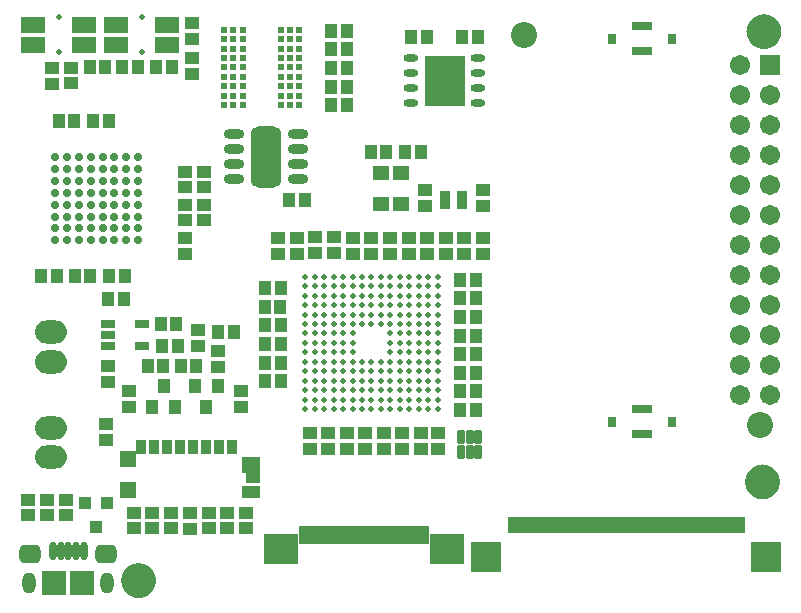
<source format=gts>
G04*
G04 #@! TF.GenerationSoftware,Altium Limited,Altium Designer,19.0.11 (319)*
G04*
G04 Layer_Color=8388736*
%FSLAX44Y44*%
%MOMM*%
G71*
G01*
G75*
%ADD32C,0.5000*%
%ADD51C,3.0000*%
G04:AMPARAMS|DCode=52|XSize=1.2032mm|YSize=0.7032mm|CornerRadius=0.2266mm|HoleSize=0mm|Usage=FLASHONLY|Rotation=90.000|XOffset=0mm|YOffset=0mm|HoleType=Round|Shape=RoundedRectangle|*
%AMROUNDEDRECTD52*
21,1,1.2032,0.2500,0,0,90.0*
21,1,0.7500,0.7032,0,0,90.0*
1,1,0.4532,0.1250,0.3750*
1,1,0.4532,0.1250,-0.3750*
1,1,0.4532,-0.1250,-0.3750*
1,1,0.4532,-0.1250,0.3750*
%
%ADD52ROUNDEDRECTD52*%
%ADD53R,1.1032X1.2032*%
%ADD54O,1.7532X0.8032*%
G04:AMPARAMS|DCode=55|XSize=2.6032mm|YSize=5.2032mm|CornerRadius=0.7016mm|HoleSize=0mm|Usage=FLASHONLY|Rotation=0.000|XOffset=0mm|YOffset=0mm|HoleType=Round|Shape=RoundedRectangle|*
%AMROUNDEDRECTD55*
21,1,2.6032,3.8000,0,0,0.0*
21,1,1.2000,5.2032,0,0,0.0*
1,1,1.4032,0.6000,-1.9000*
1,1,1.4032,-0.6000,-1.9000*
1,1,1.4032,-0.6000,1.9000*
1,1,1.4032,0.6000,1.9000*
%
%ADD55ROUNDEDRECTD55*%
%ADD56R,1.0532X1.1532*%
%ADD57R,1.2032X1.1032*%
%ADD58R,0.9532X1.6032*%
%ADD59R,1.4032X1.2032*%
%ADD60R,1.1532X1.0532*%
%ADD61R,0.6932X0.9632*%
%ADD62R,0.3832X0.6832*%
%ADD63R,1.0032X1.1032*%
%ADD64C,0.7032*%
%ADD65R,1.0052X1.1752*%
%ADD66R,1.3032X0.8032*%
%ADD67R,0.5032X1.4032*%
%ADD68R,2.6032X2.6032*%
%ADD69R,0.5032X1.6032*%
%ADD70R,2.8532X2.5032*%
%ADD71R,1.6032X1.1032*%
%ADD72R,1.2032X0.9032*%
%ADD73R,1.6032X1.4032*%
%ADD74R,1.3532X1.4032*%
%ADD75R,0.9032X1.2032*%
%ADD76O,1.2532X0.6532*%
%ADD77R,3.4000X4.3000*%
%ADD78C,0.4760*%
%ADD79C,0.4762*%
%ADD80C,0.6132*%
%ADD81R,2.0032X1.4032*%
%ADD82R,2.1032X2.0032*%
G04:AMPARAMS|DCode=83|XSize=1.8032mm|YSize=1.6032mm|CornerRadius=0.4516mm|HoleSize=0mm|Usage=FLASHONLY|Rotation=0.000|XOffset=0mm|YOffset=0mm|HoleType=Round|Shape=RoundedRectangle|*
%AMROUNDEDRECTD83*
21,1,1.8032,0.7000,0,0,0.0*
21,1,0.9000,1.6032,0,0,0.0*
1,1,0.9032,0.4500,-0.3500*
1,1,0.9032,-0.4500,-0.3500*
1,1,0.9032,-0.4500,0.3500*
1,1,0.9032,0.4500,0.3500*
%
%ADD83ROUNDEDRECTD83*%
%ADD84O,0.6032X1.5532*%
%ADD85O,2.7032X1.9532*%
%ADD86C,1.7032*%
%ADD87R,1.7032X1.7032*%
%ADD88C,2.2032*%
%ADD89O,1.1032X1.8032*%
D32*
X106250Y495500D02*
D03*
Y465900D02*
D03*
X36500Y495500D02*
D03*
Y465900D02*
D03*
D51*
X103510Y18200D02*
G03*
X103510Y18200I-10J0D01*
G01*
X631760Y101750D02*
G03*
X631760Y101750I-10J0D01*
G01*
X633010Y483000D02*
G03*
X633010Y483000I-10J0D01*
G01*
D52*
X383750Y127250D02*
D03*
X376750Y127500D02*
D03*
X390750D02*
D03*
X376750Y139500D02*
D03*
X383750Y139500D02*
D03*
X390750D02*
D03*
D53*
X389250Y194250D02*
D03*
X375750D02*
D03*
X210250Y265750D02*
D03*
X223750D02*
D03*
X389250Y178750D02*
D03*
X375750D02*
D03*
X223702Y234275D02*
D03*
X210202D02*
D03*
X223702Y218525D02*
D03*
X210202D02*
D03*
X223702Y202775D02*
D03*
X210202D02*
D03*
X223702Y187025D02*
D03*
X210202D02*
D03*
X375750Y210000D02*
D03*
X389250D02*
D03*
X375750Y225750D02*
D03*
X389250D02*
D03*
X375750Y241500D02*
D03*
X389250D02*
D03*
X244000Y340500D02*
D03*
X230500D02*
D03*
X184000Y228750D02*
D03*
X170500D02*
D03*
X266500Y420750D02*
D03*
X280000D02*
D03*
X266500Y436500D02*
D03*
X280000D02*
D03*
X266500Y452250D02*
D03*
X280000D02*
D03*
X266500Y468000D02*
D03*
X280000D02*
D03*
X266500Y483750D02*
D03*
X280000D02*
D03*
X78250Y276500D02*
D03*
X91750D02*
D03*
X64750Y407250D02*
D03*
X78250D02*
D03*
X34250Y276500D02*
D03*
X20750D02*
D03*
X132000Y453000D02*
D03*
X118500D02*
D03*
X390950Y478150D02*
D03*
X377450D02*
D03*
X136500Y216750D02*
D03*
X123000D02*
D03*
X328750Y381250D02*
D03*
X342250D02*
D03*
D54*
X238500Y357950D02*
D03*
Y370650D02*
D03*
Y383350D02*
D03*
Y396050D02*
D03*
X184500Y357950D02*
D03*
Y370650D02*
D03*
Y383350D02*
D03*
Y396050D02*
D03*
D55*
X211500Y377000D02*
D03*
D56*
X139500Y200000D02*
D03*
X152500D02*
D03*
X111250D02*
D03*
X124250D02*
D03*
X62750Y276500D02*
D03*
X49750D02*
D03*
X300250Y381250D02*
D03*
X313250D02*
D03*
X389000Y163000D02*
D03*
X376000D02*
D03*
X389000Y273000D02*
D03*
X376000D02*
D03*
Y257250D02*
D03*
X389000D02*
D03*
X223500Y250000D02*
D03*
X210500D02*
D03*
X49250Y407250D02*
D03*
X36250D02*
D03*
X75000Y453000D02*
D03*
X62000D02*
D03*
X102750D02*
D03*
X89750D02*
D03*
X347450Y478150D02*
D03*
X334450D02*
D03*
X91000Y256500D02*
D03*
X78000D02*
D03*
X135500Y235750D02*
D03*
X122500D02*
D03*
D57*
X395000Y349000D02*
D03*
Y335500D02*
D03*
X345726Y349000D02*
D03*
Y335500D02*
D03*
X395202Y294775D02*
D03*
Y308275D02*
D03*
X237452Y308525D02*
D03*
Y295025D02*
D03*
X347952Y295025D02*
D03*
Y308525D02*
D03*
X332202Y295025D02*
D03*
Y308525D02*
D03*
X300452Y295025D02*
D03*
Y308525D02*
D03*
X284702Y295025D02*
D03*
Y308525D02*
D03*
X268952Y295275D02*
D03*
Y308775D02*
D03*
X264000Y143250D02*
D03*
Y129750D02*
D03*
X279750Y143250D02*
D03*
Y129750D02*
D03*
X295500Y143250D02*
D03*
Y129750D02*
D03*
X311250Y143250D02*
D03*
Y129750D02*
D03*
X326750Y143250D02*
D03*
Y129750D02*
D03*
X357250Y143250D02*
D03*
Y129750D02*
D03*
X248250Y143250D02*
D03*
Y129750D02*
D03*
X143000Y308000D02*
D03*
Y294500D02*
D03*
X149000Y476500D02*
D03*
Y490000D02*
D03*
Y460500D02*
D03*
Y447000D02*
D03*
X30000Y438750D02*
D03*
Y452250D02*
D03*
X153750Y230750D02*
D03*
Y217250D02*
D03*
X78000Y186500D02*
D03*
Y200000D02*
D03*
X146750Y62250D02*
D03*
Y75750D02*
D03*
X253202Y295275D02*
D03*
Y308775D02*
D03*
X363702Y294775D02*
D03*
Y308275D02*
D03*
X379452Y294775D02*
D03*
Y308275D02*
D03*
X342250Y143250D02*
D03*
Y129750D02*
D03*
D58*
X377476Y340750D02*
D03*
X362976D02*
D03*
D59*
X325976Y337000D02*
D03*
X308976D02*
D03*
X325976Y363000D02*
D03*
X308976D02*
D03*
D60*
X316202Y308025D02*
D03*
Y295025D02*
D03*
X221702Y308025D02*
D03*
Y295025D02*
D03*
X143000Y336500D02*
D03*
Y323500D02*
D03*
Y364250D02*
D03*
Y351250D02*
D03*
X159250Y364250D02*
D03*
Y351250D02*
D03*
Y323500D02*
D03*
Y336500D02*
D03*
X46250Y452250D02*
D03*
Y439250D02*
D03*
X170500Y199500D02*
D03*
Y212500D02*
D03*
X190500Y165500D02*
D03*
Y178500D02*
D03*
X194250Y62500D02*
D03*
Y75500D02*
D03*
X178500Y62500D02*
D03*
Y75500D02*
D03*
X162750Y62500D02*
D03*
Y75500D02*
D03*
X131000Y62500D02*
D03*
Y75500D02*
D03*
X115250Y62500D02*
D03*
Y75500D02*
D03*
X99500Y62500D02*
D03*
Y75500D02*
D03*
X41750Y73750D02*
D03*
Y86750D02*
D03*
X25750Y73750D02*
D03*
Y86750D02*
D03*
X9750Y86750D02*
D03*
Y73750D02*
D03*
X95250Y178500D02*
D03*
Y165500D02*
D03*
X75750Y150500D02*
D03*
Y137500D02*
D03*
D61*
X503950Y477000D02*
D03*
X555550D02*
D03*
X503950Y152750D02*
D03*
X555550D02*
D03*
D62*
X522750Y466400D02*
D03*
Y487600D02*
D03*
X526250Y466400D02*
D03*
Y487600D02*
D03*
X529750Y466400D02*
D03*
Y487600D02*
D03*
X533250Y466400D02*
D03*
Y487600D02*
D03*
X536750Y466400D02*
D03*
Y487600D02*
D03*
X522750Y142150D02*
D03*
Y163350D02*
D03*
X526250Y142150D02*
D03*
Y163350D02*
D03*
X529750Y142150D02*
D03*
Y163350D02*
D03*
X533250Y142150D02*
D03*
Y163350D02*
D03*
X536750Y142150D02*
D03*
Y163350D02*
D03*
D63*
X67500Y63750D02*
D03*
X58000Y83750D02*
D03*
X77000D02*
D03*
D64*
X103000Y376500D02*
D03*
Y366500D02*
D03*
Y356500D02*
D03*
Y346500D02*
D03*
Y336500D02*
D03*
Y326500D02*
D03*
Y316500D02*
D03*
Y306500D02*
D03*
X93000Y376500D02*
D03*
Y366500D02*
D03*
Y356500D02*
D03*
Y346500D02*
D03*
Y336500D02*
D03*
Y326500D02*
D03*
Y316500D02*
D03*
Y306500D02*
D03*
X83000Y376500D02*
D03*
Y366500D02*
D03*
Y356500D02*
D03*
Y346500D02*
D03*
Y336500D02*
D03*
Y326500D02*
D03*
Y316500D02*
D03*
Y306500D02*
D03*
X73000Y376500D02*
D03*
Y366500D02*
D03*
Y356500D02*
D03*
Y346500D02*
D03*
Y336500D02*
D03*
Y326500D02*
D03*
Y316500D02*
D03*
Y306500D02*
D03*
X63000Y376500D02*
D03*
Y366500D02*
D03*
Y356500D02*
D03*
Y346500D02*
D03*
Y336500D02*
D03*
Y326500D02*
D03*
Y316500D02*
D03*
Y306500D02*
D03*
X53000Y376500D02*
D03*
Y366500D02*
D03*
Y356500D02*
D03*
Y346500D02*
D03*
Y336500D02*
D03*
Y326500D02*
D03*
Y316500D02*
D03*
Y306500D02*
D03*
X43000Y376500D02*
D03*
Y366500D02*
D03*
Y356500D02*
D03*
Y346500D02*
D03*
Y336500D02*
D03*
Y326500D02*
D03*
Y316500D02*
D03*
Y306500D02*
D03*
X33000Y376500D02*
D03*
Y366500D02*
D03*
Y356500D02*
D03*
Y346500D02*
D03*
Y336500D02*
D03*
Y326500D02*
D03*
Y316500D02*
D03*
Y306500D02*
D03*
X352750Y456250D02*
D03*
X362750D02*
D03*
X372750D02*
D03*
X352750Y446250D02*
D03*
X362750D02*
D03*
X372750D02*
D03*
X352750Y436250D02*
D03*
X362750D02*
D03*
X372750D02*
D03*
X352750Y426250D02*
D03*
X362750D02*
D03*
X372750D02*
D03*
D65*
X124750Y183100D02*
D03*
X134250Y165400D02*
D03*
X115250D02*
D03*
X170500Y183100D02*
D03*
X151500D02*
D03*
X161000Y165400D02*
D03*
D66*
X106000Y235750D02*
D03*
Y216750D02*
D03*
X78000D02*
D03*
Y226250D02*
D03*
Y235750D02*
D03*
D67*
X419000Y65000D02*
D03*
X424000D02*
D03*
X429000D02*
D03*
X434000D02*
D03*
X439000D02*
D03*
X444000D02*
D03*
X449000D02*
D03*
X454000D02*
D03*
X459000D02*
D03*
X464000D02*
D03*
X469000D02*
D03*
X474000D02*
D03*
X479000D02*
D03*
X484000D02*
D03*
X489000D02*
D03*
X494000D02*
D03*
X499000D02*
D03*
X504000D02*
D03*
X509000D02*
D03*
X514000D02*
D03*
X519000D02*
D03*
X524000D02*
D03*
X529000D02*
D03*
X534000D02*
D03*
X539000D02*
D03*
X544000D02*
D03*
X549000D02*
D03*
X554000D02*
D03*
X559000D02*
D03*
X564000D02*
D03*
X569000D02*
D03*
X574000D02*
D03*
X579000D02*
D03*
X584000D02*
D03*
X589000D02*
D03*
X594000D02*
D03*
X599000D02*
D03*
X604000D02*
D03*
X609000D02*
D03*
X614000D02*
D03*
D68*
X398000Y38000D02*
D03*
X635000D02*
D03*
D69*
X346500Y57250D02*
D03*
X341500D02*
D03*
X241500D02*
D03*
X246500D02*
D03*
X251500D02*
D03*
X256500D02*
D03*
X261500D02*
D03*
X266500D02*
D03*
X271500D02*
D03*
X276500D02*
D03*
X281500D02*
D03*
X286500D02*
D03*
X291500D02*
D03*
X296500D02*
D03*
X301500D02*
D03*
X306500D02*
D03*
X311500D02*
D03*
X316500D02*
D03*
X321500D02*
D03*
X326500D02*
D03*
X331500D02*
D03*
X336500D02*
D03*
D70*
X223750Y44750D02*
D03*
X364250D02*
D03*
D71*
X198750Y93500D02*
D03*
D72*
X200750Y105000D02*
D03*
D73*
X198750Y116500D02*
D03*
D74*
X94500Y95000D02*
D03*
Y120900D02*
D03*
D75*
X105250Y131400D02*
D03*
X116250D02*
D03*
X127250D02*
D03*
X138250D02*
D03*
X149250D02*
D03*
X160250D02*
D03*
X171250D02*
D03*
X182250D02*
D03*
D76*
X334550Y460300D02*
D03*
Y447600D02*
D03*
Y434900D02*
D03*
Y422200D02*
D03*
X390950Y460300D02*
D03*
Y447600D02*
D03*
Y434900D02*
D03*
Y422200D02*
D03*
D77*
X362750Y441250D02*
D03*
D78*
X356702Y275531D02*
D03*
D79*
Y267530D02*
D03*
Y259529D02*
D03*
Y251528D02*
D03*
Y243527D02*
D03*
Y235526D02*
D03*
Y227525D02*
D03*
Y219524D02*
D03*
Y211523D02*
D03*
Y203522D02*
D03*
Y195521D02*
D03*
Y187520D02*
D03*
Y179519D02*
D03*
Y171518D02*
D03*
Y163517D02*
D03*
X348702Y275531D02*
D03*
Y267530D02*
D03*
Y259529D02*
D03*
Y251528D02*
D03*
Y243527D02*
D03*
Y235526D02*
D03*
Y227525D02*
D03*
Y219524D02*
D03*
Y211523D02*
D03*
Y203522D02*
D03*
Y195521D02*
D03*
Y187520D02*
D03*
Y179519D02*
D03*
Y171518D02*
D03*
Y163517D02*
D03*
X340702Y275531D02*
D03*
Y267530D02*
D03*
Y259529D02*
D03*
Y251528D02*
D03*
Y243527D02*
D03*
Y235526D02*
D03*
Y227525D02*
D03*
Y219524D02*
D03*
Y211523D02*
D03*
Y203522D02*
D03*
Y195521D02*
D03*
Y187520D02*
D03*
Y179519D02*
D03*
Y171518D02*
D03*
Y163517D02*
D03*
X332702Y275531D02*
D03*
Y267530D02*
D03*
Y259529D02*
D03*
Y251528D02*
D03*
Y243527D02*
D03*
Y235526D02*
D03*
Y227525D02*
D03*
Y219524D02*
D03*
Y211523D02*
D03*
Y203522D02*
D03*
Y195521D02*
D03*
Y187520D02*
D03*
Y179519D02*
D03*
Y171518D02*
D03*
Y163517D02*
D03*
X324702Y275531D02*
D03*
Y267530D02*
D03*
Y259529D02*
D03*
Y251528D02*
D03*
Y243527D02*
D03*
Y235526D02*
D03*
Y227525D02*
D03*
Y219524D02*
D03*
Y211523D02*
D03*
Y203522D02*
D03*
Y195521D02*
D03*
Y187520D02*
D03*
Y179519D02*
D03*
Y171518D02*
D03*
Y163517D02*
D03*
X316702Y275531D02*
D03*
Y267530D02*
D03*
Y259529D02*
D03*
Y251528D02*
D03*
Y243527D02*
D03*
Y235526D02*
D03*
Y227525D02*
D03*
Y219524D02*
D03*
Y211523D02*
D03*
Y203522D02*
D03*
Y195521D02*
D03*
Y187520D02*
D03*
Y179519D02*
D03*
Y171518D02*
D03*
Y163517D02*
D03*
X308702Y275531D02*
D03*
Y267530D02*
D03*
Y259529D02*
D03*
Y251528D02*
D03*
Y243527D02*
D03*
Y235526D02*
D03*
Y203522D02*
D03*
Y195521D02*
D03*
Y187520D02*
D03*
Y179519D02*
D03*
Y171518D02*
D03*
Y163517D02*
D03*
X300702Y275531D02*
D03*
Y267530D02*
D03*
Y259529D02*
D03*
Y251528D02*
D03*
Y243527D02*
D03*
Y235526D02*
D03*
Y203522D02*
D03*
Y195521D02*
D03*
Y187520D02*
D03*
Y179519D02*
D03*
Y171518D02*
D03*
Y163517D02*
D03*
X292702Y275531D02*
D03*
Y267530D02*
D03*
Y259529D02*
D03*
Y251528D02*
D03*
Y243527D02*
D03*
Y235526D02*
D03*
Y203522D02*
D03*
Y195521D02*
D03*
Y187520D02*
D03*
Y179519D02*
D03*
Y171518D02*
D03*
Y163517D02*
D03*
X284702Y275531D02*
D03*
Y267530D02*
D03*
Y259529D02*
D03*
Y251528D02*
D03*
Y243527D02*
D03*
Y235526D02*
D03*
Y227525D02*
D03*
Y219524D02*
D03*
Y211523D02*
D03*
Y203522D02*
D03*
Y195521D02*
D03*
Y187520D02*
D03*
Y179519D02*
D03*
Y171518D02*
D03*
Y163517D02*
D03*
X276702Y275531D02*
D03*
Y267530D02*
D03*
Y259529D02*
D03*
Y251528D02*
D03*
Y243527D02*
D03*
Y235526D02*
D03*
Y227525D02*
D03*
Y219524D02*
D03*
Y211523D02*
D03*
Y203522D02*
D03*
Y195521D02*
D03*
Y187520D02*
D03*
Y179519D02*
D03*
Y171518D02*
D03*
Y163517D02*
D03*
X268702Y275531D02*
D03*
Y267530D02*
D03*
Y259529D02*
D03*
Y251528D02*
D03*
Y243527D02*
D03*
Y235526D02*
D03*
Y227525D02*
D03*
Y219524D02*
D03*
Y211523D02*
D03*
Y203522D02*
D03*
Y195521D02*
D03*
Y187520D02*
D03*
Y179519D02*
D03*
Y171518D02*
D03*
Y163517D02*
D03*
X260702Y275531D02*
D03*
Y267530D02*
D03*
Y259529D02*
D03*
Y251528D02*
D03*
Y243527D02*
D03*
Y235526D02*
D03*
Y227525D02*
D03*
Y219524D02*
D03*
Y211523D02*
D03*
Y203522D02*
D03*
Y195521D02*
D03*
Y187520D02*
D03*
Y179519D02*
D03*
Y171518D02*
D03*
Y163517D02*
D03*
X252702Y275531D02*
D03*
Y267530D02*
D03*
Y259529D02*
D03*
Y251528D02*
D03*
Y243527D02*
D03*
Y235526D02*
D03*
Y227525D02*
D03*
Y219524D02*
D03*
Y211523D02*
D03*
Y203522D02*
D03*
Y195521D02*
D03*
Y187520D02*
D03*
Y179519D02*
D03*
Y171518D02*
D03*
Y163517D02*
D03*
X244702Y275531D02*
D03*
Y267530D02*
D03*
Y259529D02*
D03*
Y251528D02*
D03*
Y243527D02*
D03*
Y235526D02*
D03*
Y227525D02*
D03*
Y219524D02*
D03*
Y211523D02*
D03*
Y203522D02*
D03*
Y195521D02*
D03*
Y187520D02*
D03*
Y179519D02*
D03*
Y171518D02*
D03*
Y163517D02*
D03*
D80*
X239750Y420750D02*
D03*
X231750D02*
D03*
X223750D02*
D03*
X191750D02*
D03*
X183750D02*
D03*
X175750D02*
D03*
X239750Y428750D02*
D03*
X231750D02*
D03*
X223750D02*
D03*
X191750D02*
D03*
X183750D02*
D03*
X175750D02*
D03*
X239750Y436750D02*
D03*
X231750D02*
D03*
X223750D02*
D03*
X191750D02*
D03*
X183750D02*
D03*
X175750D02*
D03*
X239750Y444750D02*
D03*
X231750D02*
D03*
X223750D02*
D03*
X191750D02*
D03*
X183750D02*
D03*
X175750D02*
D03*
X239750Y452750D02*
D03*
X231750D02*
D03*
X223750D02*
D03*
X191750D02*
D03*
X183750D02*
D03*
X175750D02*
D03*
X239750Y460750D02*
D03*
X231750D02*
D03*
X223750D02*
D03*
X191750D02*
D03*
X183750D02*
D03*
X175750D02*
D03*
X239750Y468750D02*
D03*
X231750D02*
D03*
X223750D02*
D03*
X191750D02*
D03*
X183750D02*
D03*
X175750D02*
D03*
X239750Y476750D02*
D03*
X231750D02*
D03*
X223750D02*
D03*
X191750D02*
D03*
X183750D02*
D03*
X175750D02*
D03*
X239750Y484750D02*
D03*
X231750D02*
D03*
X223750D02*
D03*
X191750D02*
D03*
X183750D02*
D03*
X175750D02*
D03*
D81*
X84250Y471500D02*
D03*
Y488500D02*
D03*
X127250D02*
D03*
Y471500D02*
D03*
X14500D02*
D03*
Y488500D02*
D03*
X57500D02*
D03*
Y471500D02*
D03*
D82*
X56000Y16250D02*
D03*
X32000D02*
D03*
D83*
X76000Y40750D02*
D03*
X12000D02*
D03*
D84*
X44000Y43000D02*
D03*
X37500D02*
D03*
X31000D02*
D03*
X57000D02*
D03*
X50500D02*
D03*
D85*
X29250Y203500D02*
D03*
Y228500D02*
D03*
Y122750D02*
D03*
Y147750D02*
D03*
D86*
X612300Y175300D02*
D03*
Y200700D02*
D03*
Y226100D02*
D03*
Y251500D02*
D03*
Y276900D02*
D03*
Y302300D02*
D03*
Y327700D02*
D03*
Y353100D02*
D03*
Y378500D02*
D03*
Y403900D02*
D03*
Y429050D02*
D03*
Y454700D02*
D03*
X637700Y302300D02*
D03*
Y276900D02*
D03*
Y251500D02*
D03*
Y226100D02*
D03*
Y175300D02*
D03*
Y200700D02*
D03*
Y429300D02*
D03*
Y403900D02*
D03*
Y378500D02*
D03*
Y353100D02*
D03*
Y327700D02*
D03*
D87*
Y454700D02*
D03*
D88*
X629750Y150000D02*
D03*
X429750Y480000D02*
D03*
D89*
X77000Y16250D02*
D03*
X11000D02*
D03*
M02*

</source>
